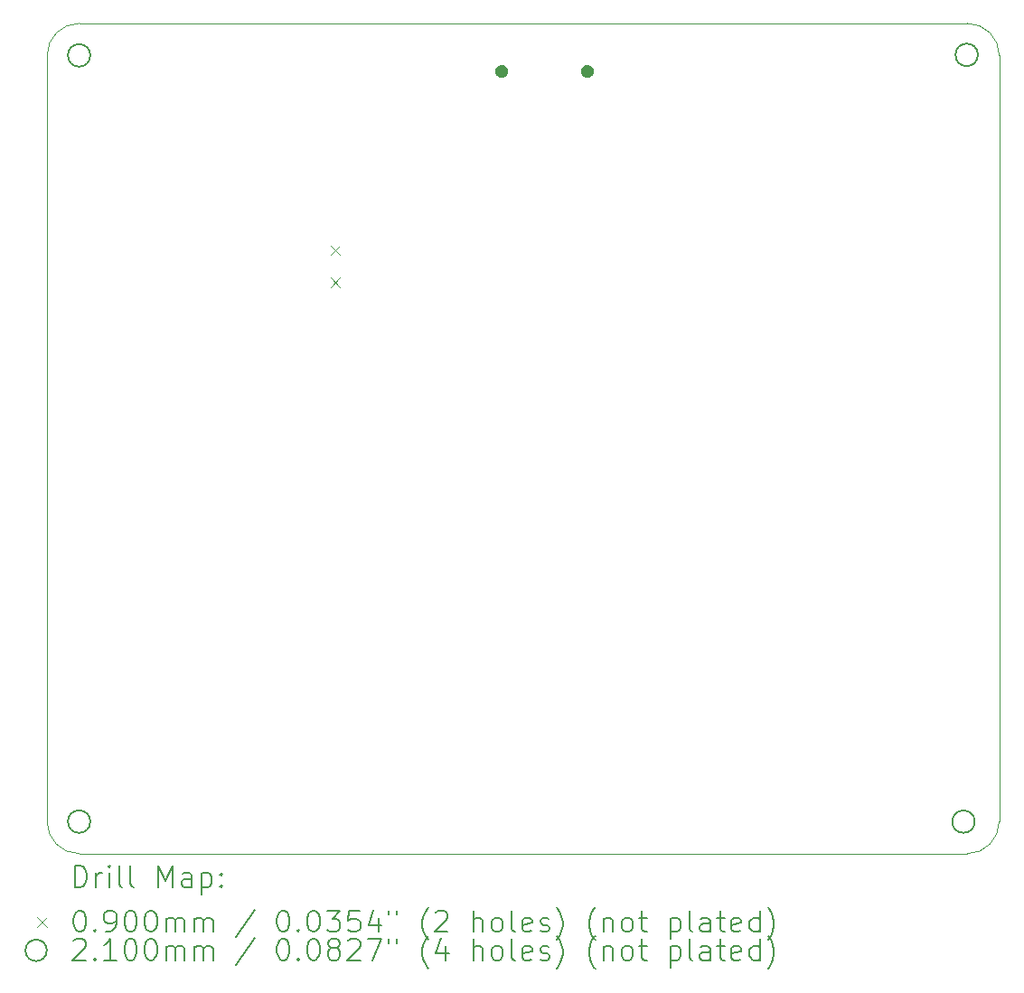
<source format=gbr>
%TF.GenerationSoftware,KiCad,Pcbnew,8.0.8*%
%TF.CreationDate,2025-03-13T11:37:56-04:00*%
%TF.ProjectId,ECE477-SeniorDesign,45434534-3737-42d5-9365-6e696f724465,rev?*%
%TF.SameCoordinates,Original*%
%TF.FileFunction,Drillmap*%
%TF.FilePolarity,Positive*%
%FSLAX45Y45*%
G04 Gerber Fmt 4.5, Leading zero omitted, Abs format (unit mm)*
G04 Created by KiCad (PCBNEW 8.0.8) date 2025-03-13 11:37:56*
%MOMM*%
%LPD*%
G01*
G04 APERTURE LIST*
%ADD10C,0.050000*%
%ADD11C,0.000000*%
%ADD12C,0.200000*%
%ADD13C,0.100000*%
%ADD14C,0.210000*%
G04 APERTURE END LIST*
D10*
X19822000Y-4500000D02*
G75*
G02*
X20120007Y-4800000I-2000J-300000D01*
G01*
X19820000Y-12280000D02*
X11499976Y-12280000D01*
X11200000Y-11980000D02*
X11200000Y-4800000D01*
X20120000Y-8025000D02*
X20120000Y-4800000D01*
X20120000Y-8025000D02*
X20120000Y-11980000D01*
X11200000Y-4800000D02*
G75*
G02*
X11500000Y-4500000I300000J0D01*
G01*
X20120000Y-11980000D02*
G75*
G02*
X19820000Y-12280000I-300000J0D01*
G01*
X11499976Y-12280000D02*
G75*
G02*
X11200000Y-11980000I24J300000D01*
G01*
X19822000Y-4500000D02*
X11500000Y-4500000D01*
D11*
G36*
X15475529Y-4892045D02*
G01*
X15490000Y-4898039D01*
X15502426Y-4907574D01*
X15511961Y-4920000D01*
X15517955Y-4934471D01*
X15520000Y-4950000D01*
X15517955Y-4965529D01*
X15511961Y-4980000D01*
X15502426Y-4992426D01*
X15490000Y-5001962D01*
X15475529Y-5007956D01*
X15460000Y-5010000D01*
X15444471Y-5007956D01*
X15430000Y-5001962D01*
X15417574Y-4992426D01*
X15408038Y-4980000D01*
X15402044Y-4965529D01*
X15400000Y-4950000D01*
X15402044Y-4934471D01*
X15408038Y-4920000D01*
X15417574Y-4907574D01*
X15430000Y-4898039D01*
X15444471Y-4892045D01*
X15460000Y-4890000D01*
X15475529Y-4892045D01*
G37*
G36*
X16275529Y-4892045D02*
G01*
X16290000Y-4898039D01*
X16302426Y-4907574D01*
X16311961Y-4920000D01*
X16317955Y-4934471D01*
X16320000Y-4950000D01*
X16317955Y-4965529D01*
X16311961Y-4980000D01*
X16302426Y-4992426D01*
X16290000Y-5001962D01*
X16275529Y-5007956D01*
X16260000Y-5010000D01*
X16244471Y-5007956D01*
X16230000Y-5001962D01*
X16217574Y-4992426D01*
X16208038Y-4980000D01*
X16202044Y-4965529D01*
X16200000Y-4950000D01*
X16202044Y-4934471D01*
X16208038Y-4920000D01*
X16217574Y-4907574D01*
X16230000Y-4898039D01*
X16244471Y-4892045D01*
X16260000Y-4890000D01*
X16275529Y-4892045D01*
G37*
D12*
D13*
X13854000Y-6580000D02*
X13944000Y-6670000D01*
X13944000Y-6580000D02*
X13854000Y-6670000D01*
X13854000Y-6880000D02*
X13944000Y-6970000D01*
X13944000Y-6880000D02*
X13854000Y-6970000D01*
D14*
X11605000Y-4800000D02*
G75*
G02*
X11395000Y-4800000I-105000J0D01*
G01*
X11395000Y-4800000D02*
G75*
G02*
X11605000Y-4800000I105000J0D01*
G01*
X11605000Y-11980000D02*
G75*
G02*
X11395000Y-11980000I-105000J0D01*
G01*
X11395000Y-11980000D02*
G75*
G02*
X11605000Y-11980000I105000J0D01*
G01*
X19890000Y-11980000D02*
G75*
G02*
X19680000Y-11980000I-105000J0D01*
G01*
X19680000Y-11980000D02*
G75*
G02*
X19890000Y-11980000I105000J0D01*
G01*
X19920000Y-4795000D02*
G75*
G02*
X19710000Y-4795000I-105000J0D01*
G01*
X19710000Y-4795000D02*
G75*
G02*
X19920000Y-4795000I105000J0D01*
G01*
D12*
X11458277Y-12593984D02*
X11458277Y-12393984D01*
X11458277Y-12393984D02*
X11505896Y-12393984D01*
X11505896Y-12393984D02*
X11534467Y-12403508D01*
X11534467Y-12403508D02*
X11553515Y-12422555D01*
X11553515Y-12422555D02*
X11563039Y-12441603D01*
X11563039Y-12441603D02*
X11572562Y-12479698D01*
X11572562Y-12479698D02*
X11572562Y-12508269D01*
X11572562Y-12508269D02*
X11563039Y-12546365D01*
X11563039Y-12546365D02*
X11553515Y-12565412D01*
X11553515Y-12565412D02*
X11534467Y-12584460D01*
X11534467Y-12584460D02*
X11505896Y-12593984D01*
X11505896Y-12593984D02*
X11458277Y-12593984D01*
X11658277Y-12593984D02*
X11658277Y-12460650D01*
X11658277Y-12498746D02*
X11667801Y-12479698D01*
X11667801Y-12479698D02*
X11677324Y-12470174D01*
X11677324Y-12470174D02*
X11696372Y-12460650D01*
X11696372Y-12460650D02*
X11715420Y-12460650D01*
X11782086Y-12593984D02*
X11782086Y-12460650D01*
X11782086Y-12393984D02*
X11772562Y-12403508D01*
X11772562Y-12403508D02*
X11782086Y-12413031D01*
X11782086Y-12413031D02*
X11791610Y-12403508D01*
X11791610Y-12403508D02*
X11782086Y-12393984D01*
X11782086Y-12393984D02*
X11782086Y-12413031D01*
X11905896Y-12593984D02*
X11886848Y-12584460D01*
X11886848Y-12584460D02*
X11877324Y-12565412D01*
X11877324Y-12565412D02*
X11877324Y-12393984D01*
X12010658Y-12593984D02*
X11991610Y-12584460D01*
X11991610Y-12584460D02*
X11982086Y-12565412D01*
X11982086Y-12565412D02*
X11982086Y-12393984D01*
X12239229Y-12593984D02*
X12239229Y-12393984D01*
X12239229Y-12393984D02*
X12305896Y-12536841D01*
X12305896Y-12536841D02*
X12372562Y-12393984D01*
X12372562Y-12393984D02*
X12372562Y-12593984D01*
X12553515Y-12593984D02*
X12553515Y-12489222D01*
X12553515Y-12489222D02*
X12543991Y-12470174D01*
X12543991Y-12470174D02*
X12524943Y-12460650D01*
X12524943Y-12460650D02*
X12486848Y-12460650D01*
X12486848Y-12460650D02*
X12467801Y-12470174D01*
X12553515Y-12584460D02*
X12534467Y-12593984D01*
X12534467Y-12593984D02*
X12486848Y-12593984D01*
X12486848Y-12593984D02*
X12467801Y-12584460D01*
X12467801Y-12584460D02*
X12458277Y-12565412D01*
X12458277Y-12565412D02*
X12458277Y-12546365D01*
X12458277Y-12546365D02*
X12467801Y-12527317D01*
X12467801Y-12527317D02*
X12486848Y-12517793D01*
X12486848Y-12517793D02*
X12534467Y-12517793D01*
X12534467Y-12517793D02*
X12553515Y-12508269D01*
X12648753Y-12460650D02*
X12648753Y-12660650D01*
X12648753Y-12470174D02*
X12667801Y-12460650D01*
X12667801Y-12460650D02*
X12705896Y-12460650D01*
X12705896Y-12460650D02*
X12724943Y-12470174D01*
X12724943Y-12470174D02*
X12734467Y-12479698D01*
X12734467Y-12479698D02*
X12743991Y-12498746D01*
X12743991Y-12498746D02*
X12743991Y-12555888D01*
X12743991Y-12555888D02*
X12734467Y-12574936D01*
X12734467Y-12574936D02*
X12724943Y-12584460D01*
X12724943Y-12584460D02*
X12705896Y-12593984D01*
X12705896Y-12593984D02*
X12667801Y-12593984D01*
X12667801Y-12593984D02*
X12648753Y-12584460D01*
X12829705Y-12574936D02*
X12839229Y-12584460D01*
X12839229Y-12584460D02*
X12829705Y-12593984D01*
X12829705Y-12593984D02*
X12820182Y-12584460D01*
X12820182Y-12584460D02*
X12829705Y-12574936D01*
X12829705Y-12574936D02*
X12829705Y-12593984D01*
X12829705Y-12470174D02*
X12839229Y-12479698D01*
X12839229Y-12479698D02*
X12829705Y-12489222D01*
X12829705Y-12489222D02*
X12820182Y-12479698D01*
X12820182Y-12479698D02*
X12829705Y-12470174D01*
X12829705Y-12470174D02*
X12829705Y-12489222D01*
D13*
X11107500Y-12877500D02*
X11197500Y-12967500D01*
X11197500Y-12877500D02*
X11107500Y-12967500D01*
D12*
X11496372Y-12813984D02*
X11515420Y-12813984D01*
X11515420Y-12813984D02*
X11534467Y-12823508D01*
X11534467Y-12823508D02*
X11543991Y-12833031D01*
X11543991Y-12833031D02*
X11553515Y-12852079D01*
X11553515Y-12852079D02*
X11563039Y-12890174D01*
X11563039Y-12890174D02*
X11563039Y-12937793D01*
X11563039Y-12937793D02*
X11553515Y-12975888D01*
X11553515Y-12975888D02*
X11543991Y-12994936D01*
X11543991Y-12994936D02*
X11534467Y-13004460D01*
X11534467Y-13004460D02*
X11515420Y-13013984D01*
X11515420Y-13013984D02*
X11496372Y-13013984D01*
X11496372Y-13013984D02*
X11477324Y-13004460D01*
X11477324Y-13004460D02*
X11467801Y-12994936D01*
X11467801Y-12994936D02*
X11458277Y-12975888D01*
X11458277Y-12975888D02*
X11448753Y-12937793D01*
X11448753Y-12937793D02*
X11448753Y-12890174D01*
X11448753Y-12890174D02*
X11458277Y-12852079D01*
X11458277Y-12852079D02*
X11467801Y-12833031D01*
X11467801Y-12833031D02*
X11477324Y-12823508D01*
X11477324Y-12823508D02*
X11496372Y-12813984D01*
X11648753Y-12994936D02*
X11658277Y-13004460D01*
X11658277Y-13004460D02*
X11648753Y-13013984D01*
X11648753Y-13013984D02*
X11639229Y-13004460D01*
X11639229Y-13004460D02*
X11648753Y-12994936D01*
X11648753Y-12994936D02*
X11648753Y-13013984D01*
X11753515Y-13013984D02*
X11791610Y-13013984D01*
X11791610Y-13013984D02*
X11810658Y-13004460D01*
X11810658Y-13004460D02*
X11820182Y-12994936D01*
X11820182Y-12994936D02*
X11839229Y-12966365D01*
X11839229Y-12966365D02*
X11848753Y-12928269D01*
X11848753Y-12928269D02*
X11848753Y-12852079D01*
X11848753Y-12852079D02*
X11839229Y-12833031D01*
X11839229Y-12833031D02*
X11829705Y-12823508D01*
X11829705Y-12823508D02*
X11810658Y-12813984D01*
X11810658Y-12813984D02*
X11772562Y-12813984D01*
X11772562Y-12813984D02*
X11753515Y-12823508D01*
X11753515Y-12823508D02*
X11743991Y-12833031D01*
X11743991Y-12833031D02*
X11734467Y-12852079D01*
X11734467Y-12852079D02*
X11734467Y-12899698D01*
X11734467Y-12899698D02*
X11743991Y-12918746D01*
X11743991Y-12918746D02*
X11753515Y-12928269D01*
X11753515Y-12928269D02*
X11772562Y-12937793D01*
X11772562Y-12937793D02*
X11810658Y-12937793D01*
X11810658Y-12937793D02*
X11829705Y-12928269D01*
X11829705Y-12928269D02*
X11839229Y-12918746D01*
X11839229Y-12918746D02*
X11848753Y-12899698D01*
X11972562Y-12813984D02*
X11991610Y-12813984D01*
X11991610Y-12813984D02*
X12010658Y-12823508D01*
X12010658Y-12823508D02*
X12020182Y-12833031D01*
X12020182Y-12833031D02*
X12029705Y-12852079D01*
X12029705Y-12852079D02*
X12039229Y-12890174D01*
X12039229Y-12890174D02*
X12039229Y-12937793D01*
X12039229Y-12937793D02*
X12029705Y-12975888D01*
X12029705Y-12975888D02*
X12020182Y-12994936D01*
X12020182Y-12994936D02*
X12010658Y-13004460D01*
X12010658Y-13004460D02*
X11991610Y-13013984D01*
X11991610Y-13013984D02*
X11972562Y-13013984D01*
X11972562Y-13013984D02*
X11953515Y-13004460D01*
X11953515Y-13004460D02*
X11943991Y-12994936D01*
X11943991Y-12994936D02*
X11934467Y-12975888D01*
X11934467Y-12975888D02*
X11924943Y-12937793D01*
X11924943Y-12937793D02*
X11924943Y-12890174D01*
X11924943Y-12890174D02*
X11934467Y-12852079D01*
X11934467Y-12852079D02*
X11943991Y-12833031D01*
X11943991Y-12833031D02*
X11953515Y-12823508D01*
X11953515Y-12823508D02*
X11972562Y-12813984D01*
X12163039Y-12813984D02*
X12182086Y-12813984D01*
X12182086Y-12813984D02*
X12201134Y-12823508D01*
X12201134Y-12823508D02*
X12210658Y-12833031D01*
X12210658Y-12833031D02*
X12220182Y-12852079D01*
X12220182Y-12852079D02*
X12229705Y-12890174D01*
X12229705Y-12890174D02*
X12229705Y-12937793D01*
X12229705Y-12937793D02*
X12220182Y-12975888D01*
X12220182Y-12975888D02*
X12210658Y-12994936D01*
X12210658Y-12994936D02*
X12201134Y-13004460D01*
X12201134Y-13004460D02*
X12182086Y-13013984D01*
X12182086Y-13013984D02*
X12163039Y-13013984D01*
X12163039Y-13013984D02*
X12143991Y-13004460D01*
X12143991Y-13004460D02*
X12134467Y-12994936D01*
X12134467Y-12994936D02*
X12124943Y-12975888D01*
X12124943Y-12975888D02*
X12115420Y-12937793D01*
X12115420Y-12937793D02*
X12115420Y-12890174D01*
X12115420Y-12890174D02*
X12124943Y-12852079D01*
X12124943Y-12852079D02*
X12134467Y-12833031D01*
X12134467Y-12833031D02*
X12143991Y-12823508D01*
X12143991Y-12823508D02*
X12163039Y-12813984D01*
X12315420Y-13013984D02*
X12315420Y-12880650D01*
X12315420Y-12899698D02*
X12324943Y-12890174D01*
X12324943Y-12890174D02*
X12343991Y-12880650D01*
X12343991Y-12880650D02*
X12372563Y-12880650D01*
X12372563Y-12880650D02*
X12391610Y-12890174D01*
X12391610Y-12890174D02*
X12401134Y-12909222D01*
X12401134Y-12909222D02*
X12401134Y-13013984D01*
X12401134Y-12909222D02*
X12410658Y-12890174D01*
X12410658Y-12890174D02*
X12429705Y-12880650D01*
X12429705Y-12880650D02*
X12458277Y-12880650D01*
X12458277Y-12880650D02*
X12477324Y-12890174D01*
X12477324Y-12890174D02*
X12486848Y-12909222D01*
X12486848Y-12909222D02*
X12486848Y-13013984D01*
X12582086Y-13013984D02*
X12582086Y-12880650D01*
X12582086Y-12899698D02*
X12591610Y-12890174D01*
X12591610Y-12890174D02*
X12610658Y-12880650D01*
X12610658Y-12880650D02*
X12639229Y-12880650D01*
X12639229Y-12880650D02*
X12658277Y-12890174D01*
X12658277Y-12890174D02*
X12667801Y-12909222D01*
X12667801Y-12909222D02*
X12667801Y-13013984D01*
X12667801Y-12909222D02*
X12677324Y-12890174D01*
X12677324Y-12890174D02*
X12696372Y-12880650D01*
X12696372Y-12880650D02*
X12724943Y-12880650D01*
X12724943Y-12880650D02*
X12743991Y-12890174D01*
X12743991Y-12890174D02*
X12753515Y-12909222D01*
X12753515Y-12909222D02*
X12753515Y-13013984D01*
X13143991Y-12804460D02*
X12972563Y-13061603D01*
X13401134Y-12813984D02*
X13420182Y-12813984D01*
X13420182Y-12813984D02*
X13439229Y-12823508D01*
X13439229Y-12823508D02*
X13448753Y-12833031D01*
X13448753Y-12833031D02*
X13458277Y-12852079D01*
X13458277Y-12852079D02*
X13467801Y-12890174D01*
X13467801Y-12890174D02*
X13467801Y-12937793D01*
X13467801Y-12937793D02*
X13458277Y-12975888D01*
X13458277Y-12975888D02*
X13448753Y-12994936D01*
X13448753Y-12994936D02*
X13439229Y-13004460D01*
X13439229Y-13004460D02*
X13420182Y-13013984D01*
X13420182Y-13013984D02*
X13401134Y-13013984D01*
X13401134Y-13013984D02*
X13382086Y-13004460D01*
X13382086Y-13004460D02*
X13372563Y-12994936D01*
X13372563Y-12994936D02*
X13363039Y-12975888D01*
X13363039Y-12975888D02*
X13353515Y-12937793D01*
X13353515Y-12937793D02*
X13353515Y-12890174D01*
X13353515Y-12890174D02*
X13363039Y-12852079D01*
X13363039Y-12852079D02*
X13372563Y-12833031D01*
X13372563Y-12833031D02*
X13382086Y-12823508D01*
X13382086Y-12823508D02*
X13401134Y-12813984D01*
X13553515Y-12994936D02*
X13563039Y-13004460D01*
X13563039Y-13004460D02*
X13553515Y-13013984D01*
X13553515Y-13013984D02*
X13543991Y-13004460D01*
X13543991Y-13004460D02*
X13553515Y-12994936D01*
X13553515Y-12994936D02*
X13553515Y-13013984D01*
X13686848Y-12813984D02*
X13705896Y-12813984D01*
X13705896Y-12813984D02*
X13724944Y-12823508D01*
X13724944Y-12823508D02*
X13734467Y-12833031D01*
X13734467Y-12833031D02*
X13743991Y-12852079D01*
X13743991Y-12852079D02*
X13753515Y-12890174D01*
X13753515Y-12890174D02*
X13753515Y-12937793D01*
X13753515Y-12937793D02*
X13743991Y-12975888D01*
X13743991Y-12975888D02*
X13734467Y-12994936D01*
X13734467Y-12994936D02*
X13724944Y-13004460D01*
X13724944Y-13004460D02*
X13705896Y-13013984D01*
X13705896Y-13013984D02*
X13686848Y-13013984D01*
X13686848Y-13013984D02*
X13667801Y-13004460D01*
X13667801Y-13004460D02*
X13658277Y-12994936D01*
X13658277Y-12994936D02*
X13648753Y-12975888D01*
X13648753Y-12975888D02*
X13639229Y-12937793D01*
X13639229Y-12937793D02*
X13639229Y-12890174D01*
X13639229Y-12890174D02*
X13648753Y-12852079D01*
X13648753Y-12852079D02*
X13658277Y-12833031D01*
X13658277Y-12833031D02*
X13667801Y-12823508D01*
X13667801Y-12823508D02*
X13686848Y-12813984D01*
X13820182Y-12813984D02*
X13943991Y-12813984D01*
X13943991Y-12813984D02*
X13877325Y-12890174D01*
X13877325Y-12890174D02*
X13905896Y-12890174D01*
X13905896Y-12890174D02*
X13924944Y-12899698D01*
X13924944Y-12899698D02*
X13934467Y-12909222D01*
X13934467Y-12909222D02*
X13943991Y-12928269D01*
X13943991Y-12928269D02*
X13943991Y-12975888D01*
X13943991Y-12975888D02*
X13934467Y-12994936D01*
X13934467Y-12994936D02*
X13924944Y-13004460D01*
X13924944Y-13004460D02*
X13905896Y-13013984D01*
X13905896Y-13013984D02*
X13848753Y-13013984D01*
X13848753Y-13013984D02*
X13829706Y-13004460D01*
X13829706Y-13004460D02*
X13820182Y-12994936D01*
X14124944Y-12813984D02*
X14029706Y-12813984D01*
X14029706Y-12813984D02*
X14020182Y-12909222D01*
X14020182Y-12909222D02*
X14029706Y-12899698D01*
X14029706Y-12899698D02*
X14048753Y-12890174D01*
X14048753Y-12890174D02*
X14096372Y-12890174D01*
X14096372Y-12890174D02*
X14115420Y-12899698D01*
X14115420Y-12899698D02*
X14124944Y-12909222D01*
X14124944Y-12909222D02*
X14134467Y-12928269D01*
X14134467Y-12928269D02*
X14134467Y-12975888D01*
X14134467Y-12975888D02*
X14124944Y-12994936D01*
X14124944Y-12994936D02*
X14115420Y-13004460D01*
X14115420Y-13004460D02*
X14096372Y-13013984D01*
X14096372Y-13013984D02*
X14048753Y-13013984D01*
X14048753Y-13013984D02*
X14029706Y-13004460D01*
X14029706Y-13004460D02*
X14020182Y-12994936D01*
X14305896Y-12880650D02*
X14305896Y-13013984D01*
X14258277Y-12804460D02*
X14210658Y-12947317D01*
X14210658Y-12947317D02*
X14334467Y-12947317D01*
X14401134Y-12813984D02*
X14401134Y-12852079D01*
X14477325Y-12813984D02*
X14477325Y-12852079D01*
X14772563Y-13090174D02*
X14763039Y-13080650D01*
X14763039Y-13080650D02*
X14743991Y-13052079D01*
X14743991Y-13052079D02*
X14734468Y-13033031D01*
X14734468Y-13033031D02*
X14724944Y-13004460D01*
X14724944Y-13004460D02*
X14715420Y-12956841D01*
X14715420Y-12956841D02*
X14715420Y-12918746D01*
X14715420Y-12918746D02*
X14724944Y-12871127D01*
X14724944Y-12871127D02*
X14734468Y-12842555D01*
X14734468Y-12842555D02*
X14743991Y-12823508D01*
X14743991Y-12823508D02*
X14763039Y-12794936D01*
X14763039Y-12794936D02*
X14772563Y-12785412D01*
X14839229Y-12833031D02*
X14848753Y-12823508D01*
X14848753Y-12823508D02*
X14867801Y-12813984D01*
X14867801Y-12813984D02*
X14915420Y-12813984D01*
X14915420Y-12813984D02*
X14934468Y-12823508D01*
X14934468Y-12823508D02*
X14943991Y-12833031D01*
X14943991Y-12833031D02*
X14953515Y-12852079D01*
X14953515Y-12852079D02*
X14953515Y-12871127D01*
X14953515Y-12871127D02*
X14943991Y-12899698D01*
X14943991Y-12899698D02*
X14829706Y-13013984D01*
X14829706Y-13013984D02*
X14953515Y-13013984D01*
X15191610Y-13013984D02*
X15191610Y-12813984D01*
X15277325Y-13013984D02*
X15277325Y-12909222D01*
X15277325Y-12909222D02*
X15267801Y-12890174D01*
X15267801Y-12890174D02*
X15248753Y-12880650D01*
X15248753Y-12880650D02*
X15220182Y-12880650D01*
X15220182Y-12880650D02*
X15201134Y-12890174D01*
X15201134Y-12890174D02*
X15191610Y-12899698D01*
X15401134Y-13013984D02*
X15382087Y-13004460D01*
X15382087Y-13004460D02*
X15372563Y-12994936D01*
X15372563Y-12994936D02*
X15363039Y-12975888D01*
X15363039Y-12975888D02*
X15363039Y-12918746D01*
X15363039Y-12918746D02*
X15372563Y-12899698D01*
X15372563Y-12899698D02*
X15382087Y-12890174D01*
X15382087Y-12890174D02*
X15401134Y-12880650D01*
X15401134Y-12880650D02*
X15429706Y-12880650D01*
X15429706Y-12880650D02*
X15448753Y-12890174D01*
X15448753Y-12890174D02*
X15458277Y-12899698D01*
X15458277Y-12899698D02*
X15467801Y-12918746D01*
X15467801Y-12918746D02*
X15467801Y-12975888D01*
X15467801Y-12975888D02*
X15458277Y-12994936D01*
X15458277Y-12994936D02*
X15448753Y-13004460D01*
X15448753Y-13004460D02*
X15429706Y-13013984D01*
X15429706Y-13013984D02*
X15401134Y-13013984D01*
X15582087Y-13013984D02*
X15563039Y-13004460D01*
X15563039Y-13004460D02*
X15553515Y-12985412D01*
X15553515Y-12985412D02*
X15553515Y-12813984D01*
X15734468Y-13004460D02*
X15715420Y-13013984D01*
X15715420Y-13013984D02*
X15677325Y-13013984D01*
X15677325Y-13013984D02*
X15658277Y-13004460D01*
X15658277Y-13004460D02*
X15648753Y-12985412D01*
X15648753Y-12985412D02*
X15648753Y-12909222D01*
X15648753Y-12909222D02*
X15658277Y-12890174D01*
X15658277Y-12890174D02*
X15677325Y-12880650D01*
X15677325Y-12880650D02*
X15715420Y-12880650D01*
X15715420Y-12880650D02*
X15734468Y-12890174D01*
X15734468Y-12890174D02*
X15743991Y-12909222D01*
X15743991Y-12909222D02*
X15743991Y-12928269D01*
X15743991Y-12928269D02*
X15648753Y-12947317D01*
X15820182Y-13004460D02*
X15839230Y-13013984D01*
X15839230Y-13013984D02*
X15877325Y-13013984D01*
X15877325Y-13013984D02*
X15896372Y-13004460D01*
X15896372Y-13004460D02*
X15905896Y-12985412D01*
X15905896Y-12985412D02*
X15905896Y-12975888D01*
X15905896Y-12975888D02*
X15896372Y-12956841D01*
X15896372Y-12956841D02*
X15877325Y-12947317D01*
X15877325Y-12947317D02*
X15848753Y-12947317D01*
X15848753Y-12947317D02*
X15829706Y-12937793D01*
X15829706Y-12937793D02*
X15820182Y-12918746D01*
X15820182Y-12918746D02*
X15820182Y-12909222D01*
X15820182Y-12909222D02*
X15829706Y-12890174D01*
X15829706Y-12890174D02*
X15848753Y-12880650D01*
X15848753Y-12880650D02*
X15877325Y-12880650D01*
X15877325Y-12880650D02*
X15896372Y-12890174D01*
X15972563Y-13090174D02*
X15982087Y-13080650D01*
X15982087Y-13080650D02*
X16001134Y-13052079D01*
X16001134Y-13052079D02*
X16010658Y-13033031D01*
X16010658Y-13033031D02*
X16020182Y-13004460D01*
X16020182Y-13004460D02*
X16029706Y-12956841D01*
X16029706Y-12956841D02*
X16029706Y-12918746D01*
X16029706Y-12918746D02*
X16020182Y-12871127D01*
X16020182Y-12871127D02*
X16010658Y-12842555D01*
X16010658Y-12842555D02*
X16001134Y-12823508D01*
X16001134Y-12823508D02*
X15982087Y-12794936D01*
X15982087Y-12794936D02*
X15972563Y-12785412D01*
X16334468Y-13090174D02*
X16324944Y-13080650D01*
X16324944Y-13080650D02*
X16305896Y-13052079D01*
X16305896Y-13052079D02*
X16296372Y-13033031D01*
X16296372Y-13033031D02*
X16286849Y-13004460D01*
X16286849Y-13004460D02*
X16277325Y-12956841D01*
X16277325Y-12956841D02*
X16277325Y-12918746D01*
X16277325Y-12918746D02*
X16286849Y-12871127D01*
X16286849Y-12871127D02*
X16296372Y-12842555D01*
X16296372Y-12842555D02*
X16305896Y-12823508D01*
X16305896Y-12823508D02*
X16324944Y-12794936D01*
X16324944Y-12794936D02*
X16334468Y-12785412D01*
X16410658Y-12880650D02*
X16410658Y-13013984D01*
X16410658Y-12899698D02*
X16420182Y-12890174D01*
X16420182Y-12890174D02*
X16439230Y-12880650D01*
X16439230Y-12880650D02*
X16467801Y-12880650D01*
X16467801Y-12880650D02*
X16486849Y-12890174D01*
X16486849Y-12890174D02*
X16496372Y-12909222D01*
X16496372Y-12909222D02*
X16496372Y-13013984D01*
X16620182Y-13013984D02*
X16601134Y-13004460D01*
X16601134Y-13004460D02*
X16591611Y-12994936D01*
X16591611Y-12994936D02*
X16582087Y-12975888D01*
X16582087Y-12975888D02*
X16582087Y-12918746D01*
X16582087Y-12918746D02*
X16591611Y-12899698D01*
X16591611Y-12899698D02*
X16601134Y-12890174D01*
X16601134Y-12890174D02*
X16620182Y-12880650D01*
X16620182Y-12880650D02*
X16648753Y-12880650D01*
X16648753Y-12880650D02*
X16667801Y-12890174D01*
X16667801Y-12890174D02*
X16677325Y-12899698D01*
X16677325Y-12899698D02*
X16686849Y-12918746D01*
X16686849Y-12918746D02*
X16686849Y-12975888D01*
X16686849Y-12975888D02*
X16677325Y-12994936D01*
X16677325Y-12994936D02*
X16667801Y-13004460D01*
X16667801Y-13004460D02*
X16648753Y-13013984D01*
X16648753Y-13013984D02*
X16620182Y-13013984D01*
X16743992Y-12880650D02*
X16820182Y-12880650D01*
X16772563Y-12813984D02*
X16772563Y-12985412D01*
X16772563Y-12985412D02*
X16782087Y-13004460D01*
X16782087Y-13004460D02*
X16801134Y-13013984D01*
X16801134Y-13013984D02*
X16820182Y-13013984D01*
X17039230Y-12880650D02*
X17039230Y-13080650D01*
X17039230Y-12890174D02*
X17058277Y-12880650D01*
X17058277Y-12880650D02*
X17096373Y-12880650D01*
X17096373Y-12880650D02*
X17115420Y-12890174D01*
X17115420Y-12890174D02*
X17124944Y-12899698D01*
X17124944Y-12899698D02*
X17134468Y-12918746D01*
X17134468Y-12918746D02*
X17134468Y-12975888D01*
X17134468Y-12975888D02*
X17124944Y-12994936D01*
X17124944Y-12994936D02*
X17115420Y-13004460D01*
X17115420Y-13004460D02*
X17096373Y-13013984D01*
X17096373Y-13013984D02*
X17058277Y-13013984D01*
X17058277Y-13013984D02*
X17039230Y-13004460D01*
X17248754Y-13013984D02*
X17229706Y-13004460D01*
X17229706Y-13004460D02*
X17220182Y-12985412D01*
X17220182Y-12985412D02*
X17220182Y-12813984D01*
X17410658Y-13013984D02*
X17410658Y-12909222D01*
X17410658Y-12909222D02*
X17401135Y-12890174D01*
X17401135Y-12890174D02*
X17382087Y-12880650D01*
X17382087Y-12880650D02*
X17343992Y-12880650D01*
X17343992Y-12880650D02*
X17324944Y-12890174D01*
X17410658Y-13004460D02*
X17391611Y-13013984D01*
X17391611Y-13013984D02*
X17343992Y-13013984D01*
X17343992Y-13013984D02*
X17324944Y-13004460D01*
X17324944Y-13004460D02*
X17315420Y-12985412D01*
X17315420Y-12985412D02*
X17315420Y-12966365D01*
X17315420Y-12966365D02*
X17324944Y-12947317D01*
X17324944Y-12947317D02*
X17343992Y-12937793D01*
X17343992Y-12937793D02*
X17391611Y-12937793D01*
X17391611Y-12937793D02*
X17410658Y-12928269D01*
X17477325Y-12880650D02*
X17553515Y-12880650D01*
X17505896Y-12813984D02*
X17505896Y-12985412D01*
X17505896Y-12985412D02*
X17515420Y-13004460D01*
X17515420Y-13004460D02*
X17534468Y-13013984D01*
X17534468Y-13013984D02*
X17553515Y-13013984D01*
X17696373Y-13004460D02*
X17677325Y-13013984D01*
X17677325Y-13013984D02*
X17639230Y-13013984D01*
X17639230Y-13013984D02*
X17620182Y-13004460D01*
X17620182Y-13004460D02*
X17610658Y-12985412D01*
X17610658Y-12985412D02*
X17610658Y-12909222D01*
X17610658Y-12909222D02*
X17620182Y-12890174D01*
X17620182Y-12890174D02*
X17639230Y-12880650D01*
X17639230Y-12880650D02*
X17677325Y-12880650D01*
X17677325Y-12880650D02*
X17696373Y-12890174D01*
X17696373Y-12890174D02*
X17705896Y-12909222D01*
X17705896Y-12909222D02*
X17705896Y-12928269D01*
X17705896Y-12928269D02*
X17610658Y-12947317D01*
X17877325Y-13013984D02*
X17877325Y-12813984D01*
X17877325Y-13004460D02*
X17858277Y-13013984D01*
X17858277Y-13013984D02*
X17820182Y-13013984D01*
X17820182Y-13013984D02*
X17801135Y-13004460D01*
X17801135Y-13004460D02*
X17791611Y-12994936D01*
X17791611Y-12994936D02*
X17782087Y-12975888D01*
X17782087Y-12975888D02*
X17782087Y-12918746D01*
X17782087Y-12918746D02*
X17791611Y-12899698D01*
X17791611Y-12899698D02*
X17801135Y-12890174D01*
X17801135Y-12890174D02*
X17820182Y-12880650D01*
X17820182Y-12880650D02*
X17858277Y-12880650D01*
X17858277Y-12880650D02*
X17877325Y-12890174D01*
X17953516Y-13090174D02*
X17963039Y-13080650D01*
X17963039Y-13080650D02*
X17982087Y-13052079D01*
X17982087Y-13052079D02*
X17991611Y-13033031D01*
X17991611Y-13033031D02*
X18001135Y-13004460D01*
X18001135Y-13004460D02*
X18010658Y-12956841D01*
X18010658Y-12956841D02*
X18010658Y-12918746D01*
X18010658Y-12918746D02*
X18001135Y-12871127D01*
X18001135Y-12871127D02*
X17991611Y-12842555D01*
X17991611Y-12842555D02*
X17982087Y-12823508D01*
X17982087Y-12823508D02*
X17963039Y-12794936D01*
X17963039Y-12794936D02*
X17953516Y-12785412D01*
X11197500Y-13186500D02*
G75*
G02*
X10997500Y-13186500I-100000J0D01*
G01*
X10997500Y-13186500D02*
G75*
G02*
X11197500Y-13186500I100000J0D01*
G01*
X11448753Y-13097031D02*
X11458277Y-13087508D01*
X11458277Y-13087508D02*
X11477324Y-13077984D01*
X11477324Y-13077984D02*
X11524943Y-13077984D01*
X11524943Y-13077984D02*
X11543991Y-13087508D01*
X11543991Y-13087508D02*
X11553515Y-13097031D01*
X11553515Y-13097031D02*
X11563039Y-13116079D01*
X11563039Y-13116079D02*
X11563039Y-13135127D01*
X11563039Y-13135127D02*
X11553515Y-13163698D01*
X11553515Y-13163698D02*
X11439229Y-13277984D01*
X11439229Y-13277984D02*
X11563039Y-13277984D01*
X11648753Y-13258936D02*
X11658277Y-13268460D01*
X11658277Y-13268460D02*
X11648753Y-13277984D01*
X11648753Y-13277984D02*
X11639229Y-13268460D01*
X11639229Y-13268460D02*
X11648753Y-13258936D01*
X11648753Y-13258936D02*
X11648753Y-13277984D01*
X11848753Y-13277984D02*
X11734467Y-13277984D01*
X11791610Y-13277984D02*
X11791610Y-13077984D01*
X11791610Y-13077984D02*
X11772562Y-13106555D01*
X11772562Y-13106555D02*
X11753515Y-13125603D01*
X11753515Y-13125603D02*
X11734467Y-13135127D01*
X11972562Y-13077984D02*
X11991610Y-13077984D01*
X11991610Y-13077984D02*
X12010658Y-13087508D01*
X12010658Y-13087508D02*
X12020182Y-13097031D01*
X12020182Y-13097031D02*
X12029705Y-13116079D01*
X12029705Y-13116079D02*
X12039229Y-13154174D01*
X12039229Y-13154174D02*
X12039229Y-13201793D01*
X12039229Y-13201793D02*
X12029705Y-13239888D01*
X12029705Y-13239888D02*
X12020182Y-13258936D01*
X12020182Y-13258936D02*
X12010658Y-13268460D01*
X12010658Y-13268460D02*
X11991610Y-13277984D01*
X11991610Y-13277984D02*
X11972562Y-13277984D01*
X11972562Y-13277984D02*
X11953515Y-13268460D01*
X11953515Y-13268460D02*
X11943991Y-13258936D01*
X11943991Y-13258936D02*
X11934467Y-13239888D01*
X11934467Y-13239888D02*
X11924943Y-13201793D01*
X11924943Y-13201793D02*
X11924943Y-13154174D01*
X11924943Y-13154174D02*
X11934467Y-13116079D01*
X11934467Y-13116079D02*
X11943991Y-13097031D01*
X11943991Y-13097031D02*
X11953515Y-13087508D01*
X11953515Y-13087508D02*
X11972562Y-13077984D01*
X12163039Y-13077984D02*
X12182086Y-13077984D01*
X12182086Y-13077984D02*
X12201134Y-13087508D01*
X12201134Y-13087508D02*
X12210658Y-13097031D01*
X12210658Y-13097031D02*
X12220182Y-13116079D01*
X12220182Y-13116079D02*
X12229705Y-13154174D01*
X12229705Y-13154174D02*
X12229705Y-13201793D01*
X12229705Y-13201793D02*
X12220182Y-13239888D01*
X12220182Y-13239888D02*
X12210658Y-13258936D01*
X12210658Y-13258936D02*
X12201134Y-13268460D01*
X12201134Y-13268460D02*
X12182086Y-13277984D01*
X12182086Y-13277984D02*
X12163039Y-13277984D01*
X12163039Y-13277984D02*
X12143991Y-13268460D01*
X12143991Y-13268460D02*
X12134467Y-13258936D01*
X12134467Y-13258936D02*
X12124943Y-13239888D01*
X12124943Y-13239888D02*
X12115420Y-13201793D01*
X12115420Y-13201793D02*
X12115420Y-13154174D01*
X12115420Y-13154174D02*
X12124943Y-13116079D01*
X12124943Y-13116079D02*
X12134467Y-13097031D01*
X12134467Y-13097031D02*
X12143991Y-13087508D01*
X12143991Y-13087508D02*
X12163039Y-13077984D01*
X12315420Y-13277984D02*
X12315420Y-13144650D01*
X12315420Y-13163698D02*
X12324943Y-13154174D01*
X12324943Y-13154174D02*
X12343991Y-13144650D01*
X12343991Y-13144650D02*
X12372563Y-13144650D01*
X12372563Y-13144650D02*
X12391610Y-13154174D01*
X12391610Y-13154174D02*
X12401134Y-13173222D01*
X12401134Y-13173222D02*
X12401134Y-13277984D01*
X12401134Y-13173222D02*
X12410658Y-13154174D01*
X12410658Y-13154174D02*
X12429705Y-13144650D01*
X12429705Y-13144650D02*
X12458277Y-13144650D01*
X12458277Y-13144650D02*
X12477324Y-13154174D01*
X12477324Y-13154174D02*
X12486848Y-13173222D01*
X12486848Y-13173222D02*
X12486848Y-13277984D01*
X12582086Y-13277984D02*
X12582086Y-13144650D01*
X12582086Y-13163698D02*
X12591610Y-13154174D01*
X12591610Y-13154174D02*
X12610658Y-13144650D01*
X12610658Y-13144650D02*
X12639229Y-13144650D01*
X12639229Y-13144650D02*
X12658277Y-13154174D01*
X12658277Y-13154174D02*
X12667801Y-13173222D01*
X12667801Y-13173222D02*
X12667801Y-13277984D01*
X12667801Y-13173222D02*
X12677324Y-13154174D01*
X12677324Y-13154174D02*
X12696372Y-13144650D01*
X12696372Y-13144650D02*
X12724943Y-13144650D01*
X12724943Y-13144650D02*
X12743991Y-13154174D01*
X12743991Y-13154174D02*
X12753515Y-13173222D01*
X12753515Y-13173222D02*
X12753515Y-13277984D01*
X13143991Y-13068460D02*
X12972563Y-13325603D01*
X13401134Y-13077984D02*
X13420182Y-13077984D01*
X13420182Y-13077984D02*
X13439229Y-13087508D01*
X13439229Y-13087508D02*
X13448753Y-13097031D01*
X13448753Y-13097031D02*
X13458277Y-13116079D01*
X13458277Y-13116079D02*
X13467801Y-13154174D01*
X13467801Y-13154174D02*
X13467801Y-13201793D01*
X13467801Y-13201793D02*
X13458277Y-13239888D01*
X13458277Y-13239888D02*
X13448753Y-13258936D01*
X13448753Y-13258936D02*
X13439229Y-13268460D01*
X13439229Y-13268460D02*
X13420182Y-13277984D01*
X13420182Y-13277984D02*
X13401134Y-13277984D01*
X13401134Y-13277984D02*
X13382086Y-13268460D01*
X13382086Y-13268460D02*
X13372563Y-13258936D01*
X13372563Y-13258936D02*
X13363039Y-13239888D01*
X13363039Y-13239888D02*
X13353515Y-13201793D01*
X13353515Y-13201793D02*
X13353515Y-13154174D01*
X13353515Y-13154174D02*
X13363039Y-13116079D01*
X13363039Y-13116079D02*
X13372563Y-13097031D01*
X13372563Y-13097031D02*
X13382086Y-13087508D01*
X13382086Y-13087508D02*
X13401134Y-13077984D01*
X13553515Y-13258936D02*
X13563039Y-13268460D01*
X13563039Y-13268460D02*
X13553515Y-13277984D01*
X13553515Y-13277984D02*
X13543991Y-13268460D01*
X13543991Y-13268460D02*
X13553515Y-13258936D01*
X13553515Y-13258936D02*
X13553515Y-13277984D01*
X13686848Y-13077984D02*
X13705896Y-13077984D01*
X13705896Y-13077984D02*
X13724944Y-13087508D01*
X13724944Y-13087508D02*
X13734467Y-13097031D01*
X13734467Y-13097031D02*
X13743991Y-13116079D01*
X13743991Y-13116079D02*
X13753515Y-13154174D01*
X13753515Y-13154174D02*
X13753515Y-13201793D01*
X13753515Y-13201793D02*
X13743991Y-13239888D01*
X13743991Y-13239888D02*
X13734467Y-13258936D01*
X13734467Y-13258936D02*
X13724944Y-13268460D01*
X13724944Y-13268460D02*
X13705896Y-13277984D01*
X13705896Y-13277984D02*
X13686848Y-13277984D01*
X13686848Y-13277984D02*
X13667801Y-13268460D01*
X13667801Y-13268460D02*
X13658277Y-13258936D01*
X13658277Y-13258936D02*
X13648753Y-13239888D01*
X13648753Y-13239888D02*
X13639229Y-13201793D01*
X13639229Y-13201793D02*
X13639229Y-13154174D01*
X13639229Y-13154174D02*
X13648753Y-13116079D01*
X13648753Y-13116079D02*
X13658277Y-13097031D01*
X13658277Y-13097031D02*
X13667801Y-13087508D01*
X13667801Y-13087508D02*
X13686848Y-13077984D01*
X13867801Y-13163698D02*
X13848753Y-13154174D01*
X13848753Y-13154174D02*
X13839229Y-13144650D01*
X13839229Y-13144650D02*
X13829706Y-13125603D01*
X13829706Y-13125603D02*
X13829706Y-13116079D01*
X13829706Y-13116079D02*
X13839229Y-13097031D01*
X13839229Y-13097031D02*
X13848753Y-13087508D01*
X13848753Y-13087508D02*
X13867801Y-13077984D01*
X13867801Y-13077984D02*
X13905896Y-13077984D01*
X13905896Y-13077984D02*
X13924944Y-13087508D01*
X13924944Y-13087508D02*
X13934467Y-13097031D01*
X13934467Y-13097031D02*
X13943991Y-13116079D01*
X13943991Y-13116079D02*
X13943991Y-13125603D01*
X13943991Y-13125603D02*
X13934467Y-13144650D01*
X13934467Y-13144650D02*
X13924944Y-13154174D01*
X13924944Y-13154174D02*
X13905896Y-13163698D01*
X13905896Y-13163698D02*
X13867801Y-13163698D01*
X13867801Y-13163698D02*
X13848753Y-13173222D01*
X13848753Y-13173222D02*
X13839229Y-13182746D01*
X13839229Y-13182746D02*
X13829706Y-13201793D01*
X13829706Y-13201793D02*
X13829706Y-13239888D01*
X13829706Y-13239888D02*
X13839229Y-13258936D01*
X13839229Y-13258936D02*
X13848753Y-13268460D01*
X13848753Y-13268460D02*
X13867801Y-13277984D01*
X13867801Y-13277984D02*
X13905896Y-13277984D01*
X13905896Y-13277984D02*
X13924944Y-13268460D01*
X13924944Y-13268460D02*
X13934467Y-13258936D01*
X13934467Y-13258936D02*
X13943991Y-13239888D01*
X13943991Y-13239888D02*
X13943991Y-13201793D01*
X13943991Y-13201793D02*
X13934467Y-13182746D01*
X13934467Y-13182746D02*
X13924944Y-13173222D01*
X13924944Y-13173222D02*
X13905896Y-13163698D01*
X14020182Y-13097031D02*
X14029706Y-13087508D01*
X14029706Y-13087508D02*
X14048753Y-13077984D01*
X14048753Y-13077984D02*
X14096372Y-13077984D01*
X14096372Y-13077984D02*
X14115420Y-13087508D01*
X14115420Y-13087508D02*
X14124944Y-13097031D01*
X14124944Y-13097031D02*
X14134467Y-13116079D01*
X14134467Y-13116079D02*
X14134467Y-13135127D01*
X14134467Y-13135127D02*
X14124944Y-13163698D01*
X14124944Y-13163698D02*
X14010658Y-13277984D01*
X14010658Y-13277984D02*
X14134467Y-13277984D01*
X14201134Y-13077984D02*
X14334467Y-13077984D01*
X14334467Y-13077984D02*
X14248753Y-13277984D01*
X14401134Y-13077984D02*
X14401134Y-13116079D01*
X14477325Y-13077984D02*
X14477325Y-13116079D01*
X14772563Y-13354174D02*
X14763039Y-13344650D01*
X14763039Y-13344650D02*
X14743991Y-13316079D01*
X14743991Y-13316079D02*
X14734468Y-13297031D01*
X14734468Y-13297031D02*
X14724944Y-13268460D01*
X14724944Y-13268460D02*
X14715420Y-13220841D01*
X14715420Y-13220841D02*
X14715420Y-13182746D01*
X14715420Y-13182746D02*
X14724944Y-13135127D01*
X14724944Y-13135127D02*
X14734468Y-13106555D01*
X14734468Y-13106555D02*
X14743991Y-13087508D01*
X14743991Y-13087508D02*
X14763039Y-13058936D01*
X14763039Y-13058936D02*
X14772563Y-13049412D01*
X14934468Y-13144650D02*
X14934468Y-13277984D01*
X14886848Y-13068460D02*
X14839229Y-13211317D01*
X14839229Y-13211317D02*
X14963039Y-13211317D01*
X15191610Y-13277984D02*
X15191610Y-13077984D01*
X15277325Y-13277984D02*
X15277325Y-13173222D01*
X15277325Y-13173222D02*
X15267801Y-13154174D01*
X15267801Y-13154174D02*
X15248753Y-13144650D01*
X15248753Y-13144650D02*
X15220182Y-13144650D01*
X15220182Y-13144650D02*
X15201134Y-13154174D01*
X15201134Y-13154174D02*
X15191610Y-13163698D01*
X15401134Y-13277984D02*
X15382087Y-13268460D01*
X15382087Y-13268460D02*
X15372563Y-13258936D01*
X15372563Y-13258936D02*
X15363039Y-13239888D01*
X15363039Y-13239888D02*
X15363039Y-13182746D01*
X15363039Y-13182746D02*
X15372563Y-13163698D01*
X15372563Y-13163698D02*
X15382087Y-13154174D01*
X15382087Y-13154174D02*
X15401134Y-13144650D01*
X15401134Y-13144650D02*
X15429706Y-13144650D01*
X15429706Y-13144650D02*
X15448753Y-13154174D01*
X15448753Y-13154174D02*
X15458277Y-13163698D01*
X15458277Y-13163698D02*
X15467801Y-13182746D01*
X15467801Y-13182746D02*
X15467801Y-13239888D01*
X15467801Y-13239888D02*
X15458277Y-13258936D01*
X15458277Y-13258936D02*
X15448753Y-13268460D01*
X15448753Y-13268460D02*
X15429706Y-13277984D01*
X15429706Y-13277984D02*
X15401134Y-13277984D01*
X15582087Y-13277984D02*
X15563039Y-13268460D01*
X15563039Y-13268460D02*
X15553515Y-13249412D01*
X15553515Y-13249412D02*
X15553515Y-13077984D01*
X15734468Y-13268460D02*
X15715420Y-13277984D01*
X15715420Y-13277984D02*
X15677325Y-13277984D01*
X15677325Y-13277984D02*
X15658277Y-13268460D01*
X15658277Y-13268460D02*
X15648753Y-13249412D01*
X15648753Y-13249412D02*
X15648753Y-13173222D01*
X15648753Y-13173222D02*
X15658277Y-13154174D01*
X15658277Y-13154174D02*
X15677325Y-13144650D01*
X15677325Y-13144650D02*
X15715420Y-13144650D01*
X15715420Y-13144650D02*
X15734468Y-13154174D01*
X15734468Y-13154174D02*
X15743991Y-13173222D01*
X15743991Y-13173222D02*
X15743991Y-13192269D01*
X15743991Y-13192269D02*
X15648753Y-13211317D01*
X15820182Y-13268460D02*
X15839230Y-13277984D01*
X15839230Y-13277984D02*
X15877325Y-13277984D01*
X15877325Y-13277984D02*
X15896372Y-13268460D01*
X15896372Y-13268460D02*
X15905896Y-13249412D01*
X15905896Y-13249412D02*
X15905896Y-13239888D01*
X15905896Y-13239888D02*
X15896372Y-13220841D01*
X15896372Y-13220841D02*
X15877325Y-13211317D01*
X15877325Y-13211317D02*
X15848753Y-13211317D01*
X15848753Y-13211317D02*
X15829706Y-13201793D01*
X15829706Y-13201793D02*
X15820182Y-13182746D01*
X15820182Y-13182746D02*
X15820182Y-13173222D01*
X15820182Y-13173222D02*
X15829706Y-13154174D01*
X15829706Y-13154174D02*
X15848753Y-13144650D01*
X15848753Y-13144650D02*
X15877325Y-13144650D01*
X15877325Y-13144650D02*
X15896372Y-13154174D01*
X15972563Y-13354174D02*
X15982087Y-13344650D01*
X15982087Y-13344650D02*
X16001134Y-13316079D01*
X16001134Y-13316079D02*
X16010658Y-13297031D01*
X16010658Y-13297031D02*
X16020182Y-13268460D01*
X16020182Y-13268460D02*
X16029706Y-13220841D01*
X16029706Y-13220841D02*
X16029706Y-13182746D01*
X16029706Y-13182746D02*
X16020182Y-13135127D01*
X16020182Y-13135127D02*
X16010658Y-13106555D01*
X16010658Y-13106555D02*
X16001134Y-13087508D01*
X16001134Y-13087508D02*
X15982087Y-13058936D01*
X15982087Y-13058936D02*
X15972563Y-13049412D01*
X16334468Y-13354174D02*
X16324944Y-13344650D01*
X16324944Y-13344650D02*
X16305896Y-13316079D01*
X16305896Y-13316079D02*
X16296372Y-13297031D01*
X16296372Y-13297031D02*
X16286849Y-13268460D01*
X16286849Y-13268460D02*
X16277325Y-13220841D01*
X16277325Y-13220841D02*
X16277325Y-13182746D01*
X16277325Y-13182746D02*
X16286849Y-13135127D01*
X16286849Y-13135127D02*
X16296372Y-13106555D01*
X16296372Y-13106555D02*
X16305896Y-13087508D01*
X16305896Y-13087508D02*
X16324944Y-13058936D01*
X16324944Y-13058936D02*
X16334468Y-13049412D01*
X16410658Y-13144650D02*
X16410658Y-13277984D01*
X16410658Y-13163698D02*
X16420182Y-13154174D01*
X16420182Y-13154174D02*
X16439230Y-13144650D01*
X16439230Y-13144650D02*
X16467801Y-13144650D01*
X16467801Y-13144650D02*
X16486849Y-13154174D01*
X16486849Y-13154174D02*
X16496372Y-13173222D01*
X16496372Y-13173222D02*
X16496372Y-13277984D01*
X16620182Y-13277984D02*
X16601134Y-13268460D01*
X16601134Y-13268460D02*
X16591611Y-13258936D01*
X16591611Y-13258936D02*
X16582087Y-13239888D01*
X16582087Y-13239888D02*
X16582087Y-13182746D01*
X16582087Y-13182746D02*
X16591611Y-13163698D01*
X16591611Y-13163698D02*
X16601134Y-13154174D01*
X16601134Y-13154174D02*
X16620182Y-13144650D01*
X16620182Y-13144650D02*
X16648753Y-13144650D01*
X16648753Y-13144650D02*
X16667801Y-13154174D01*
X16667801Y-13154174D02*
X16677325Y-13163698D01*
X16677325Y-13163698D02*
X16686849Y-13182746D01*
X16686849Y-13182746D02*
X16686849Y-13239888D01*
X16686849Y-13239888D02*
X16677325Y-13258936D01*
X16677325Y-13258936D02*
X16667801Y-13268460D01*
X16667801Y-13268460D02*
X16648753Y-13277984D01*
X16648753Y-13277984D02*
X16620182Y-13277984D01*
X16743992Y-13144650D02*
X16820182Y-13144650D01*
X16772563Y-13077984D02*
X16772563Y-13249412D01*
X16772563Y-13249412D02*
X16782087Y-13268460D01*
X16782087Y-13268460D02*
X16801134Y-13277984D01*
X16801134Y-13277984D02*
X16820182Y-13277984D01*
X17039230Y-13144650D02*
X17039230Y-13344650D01*
X17039230Y-13154174D02*
X17058277Y-13144650D01*
X17058277Y-13144650D02*
X17096373Y-13144650D01*
X17096373Y-13144650D02*
X17115420Y-13154174D01*
X17115420Y-13154174D02*
X17124944Y-13163698D01*
X17124944Y-13163698D02*
X17134468Y-13182746D01*
X17134468Y-13182746D02*
X17134468Y-13239888D01*
X17134468Y-13239888D02*
X17124944Y-13258936D01*
X17124944Y-13258936D02*
X17115420Y-13268460D01*
X17115420Y-13268460D02*
X17096373Y-13277984D01*
X17096373Y-13277984D02*
X17058277Y-13277984D01*
X17058277Y-13277984D02*
X17039230Y-13268460D01*
X17248754Y-13277984D02*
X17229706Y-13268460D01*
X17229706Y-13268460D02*
X17220182Y-13249412D01*
X17220182Y-13249412D02*
X17220182Y-13077984D01*
X17410658Y-13277984D02*
X17410658Y-13173222D01*
X17410658Y-13173222D02*
X17401135Y-13154174D01*
X17401135Y-13154174D02*
X17382087Y-13144650D01*
X17382087Y-13144650D02*
X17343992Y-13144650D01*
X17343992Y-13144650D02*
X17324944Y-13154174D01*
X17410658Y-13268460D02*
X17391611Y-13277984D01*
X17391611Y-13277984D02*
X17343992Y-13277984D01*
X17343992Y-13277984D02*
X17324944Y-13268460D01*
X17324944Y-13268460D02*
X17315420Y-13249412D01*
X17315420Y-13249412D02*
X17315420Y-13230365D01*
X17315420Y-13230365D02*
X17324944Y-13211317D01*
X17324944Y-13211317D02*
X17343992Y-13201793D01*
X17343992Y-13201793D02*
X17391611Y-13201793D01*
X17391611Y-13201793D02*
X17410658Y-13192269D01*
X17477325Y-13144650D02*
X17553515Y-13144650D01*
X17505896Y-13077984D02*
X17505896Y-13249412D01*
X17505896Y-13249412D02*
X17515420Y-13268460D01*
X17515420Y-13268460D02*
X17534468Y-13277984D01*
X17534468Y-13277984D02*
X17553515Y-13277984D01*
X17696373Y-13268460D02*
X17677325Y-13277984D01*
X17677325Y-13277984D02*
X17639230Y-13277984D01*
X17639230Y-13277984D02*
X17620182Y-13268460D01*
X17620182Y-13268460D02*
X17610658Y-13249412D01*
X17610658Y-13249412D02*
X17610658Y-13173222D01*
X17610658Y-13173222D02*
X17620182Y-13154174D01*
X17620182Y-13154174D02*
X17639230Y-13144650D01*
X17639230Y-13144650D02*
X17677325Y-13144650D01*
X17677325Y-13144650D02*
X17696373Y-13154174D01*
X17696373Y-13154174D02*
X17705896Y-13173222D01*
X17705896Y-13173222D02*
X17705896Y-13192269D01*
X17705896Y-13192269D02*
X17610658Y-13211317D01*
X17877325Y-13277984D02*
X17877325Y-13077984D01*
X17877325Y-13268460D02*
X17858277Y-13277984D01*
X17858277Y-13277984D02*
X17820182Y-13277984D01*
X17820182Y-13277984D02*
X17801135Y-13268460D01*
X17801135Y-13268460D02*
X17791611Y-13258936D01*
X17791611Y-13258936D02*
X17782087Y-13239888D01*
X17782087Y-13239888D02*
X17782087Y-13182746D01*
X17782087Y-13182746D02*
X17791611Y-13163698D01*
X17791611Y-13163698D02*
X17801135Y-13154174D01*
X17801135Y-13154174D02*
X17820182Y-13144650D01*
X17820182Y-13144650D02*
X17858277Y-13144650D01*
X17858277Y-13144650D02*
X17877325Y-13154174D01*
X17953516Y-13354174D02*
X17963039Y-13344650D01*
X17963039Y-13344650D02*
X17982087Y-13316079D01*
X17982087Y-13316079D02*
X17991611Y-13297031D01*
X17991611Y-13297031D02*
X18001135Y-13268460D01*
X18001135Y-13268460D02*
X18010658Y-13220841D01*
X18010658Y-13220841D02*
X18010658Y-13182746D01*
X18010658Y-13182746D02*
X18001135Y-13135127D01*
X18001135Y-13135127D02*
X17991611Y-13106555D01*
X17991611Y-13106555D02*
X17982087Y-13087508D01*
X17982087Y-13087508D02*
X17963039Y-13058936D01*
X17963039Y-13058936D02*
X17953516Y-13049412D01*
M02*

</source>
